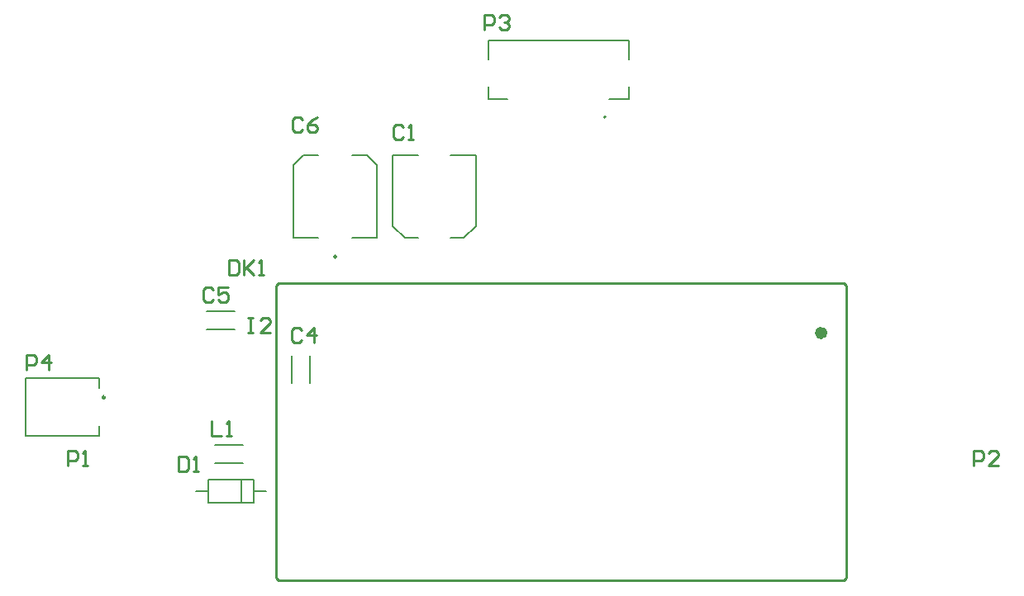
<source format=gbr>
%TF.GenerationSoftware,Altium Limited,Altium Designer,24.2.2 (26)*%
G04 Layer_Color=65535*
%FSLAX45Y45*%
%MOMM*%
%TF.SameCoordinates,259198F7-C233-4D65-A8A2-2B75CB696E96*%
%TF.FilePolarity,Positive*%
%TF.FileFunction,Legend,Top*%
%TF.Part,Single*%
G01*
G75*
%TA.AperFunction,NonConductor*%
%ADD29C,0.63500*%
%ADD30C,0.20000*%
%ADD31C,0.25000*%
%ADD32C,0.25400*%
D29*
X12374880Y4445000D02*
G03*
X12374880Y4445000I-30480J0D01*
G01*
D30*
X10137000Y6660100D02*
G03*
X10137000Y6660100I-10000J0D01*
G01*
X6404701Y2701900D02*
Y2936900D01*
X6531701Y2819400D02*
X6658701D01*
X5939699D02*
X6066699D01*
Y2701900D02*
Y2936900D01*
X6531701D01*
Y2701900D02*
Y2936900D01*
X6066699Y2701900D02*
X6531701D01*
X10174000Y6841998D02*
X10371999D01*
X8932001D02*
X9130000D01*
X8932001D02*
Y6969999D01*
Y7254001D02*
Y7447001D01*
X10371999Y6841998D02*
Y6969999D01*
Y7254001D02*
Y7447001D01*
X8932001D02*
X10371999D01*
X4192006Y3978006D02*
X4952004D01*
Y3878001D02*
Y3978006D01*
X4192006Y3388004D02*
Y3978006D01*
X4192026Y3387979D02*
X4952030D01*
X4952004Y3388004D02*
Y3487999D01*
X6137295Y3107487D02*
X6423122D01*
X6137295Y3293313D02*
X6423122D01*
X7957002Y5542001D02*
X8082001Y5417002D01*
X8681999D02*
X8806998Y5542001D01*
X8082001Y5417002D02*
X8217002D01*
X7957002Y5542001D02*
Y6266998D01*
X8546998Y5417002D02*
X8681999D01*
X8806998Y5542001D02*
Y6266998D01*
X7957002D02*
X8217002D01*
X8546998D02*
X8806998D01*
X6916989Y3927475D02*
Y4213296D01*
X7103811Y3927475D02*
Y4213296D01*
X7536002Y5417002D02*
X7790998D01*
X6941002D02*
X7195998D01*
X6941002D02*
Y6166998D01*
X7790998Y5417002D02*
Y6166998D01*
X7690998Y6266998D02*
X7790998Y6166998D01*
X6941002D02*
X7041002Y6266998D01*
X7195998D01*
X7536002D02*
X7690998D01*
X6048304Y4478589D02*
X6334125D01*
X6048304Y4665411D02*
X6334125D01*
D31*
X5007300Y3784600D02*
G03*
X5007300Y3784600I-12500J0D01*
G01*
X7378500Y5227000D02*
G03*
X7378500Y5227000I-12500J0D01*
G01*
D32*
X6781800Y4953000D02*
X12573000D01*
X6781800Y1905000D02*
X12573000D01*
X12598400Y1930400D02*
Y4927600D01*
X6756400Y1930400D02*
Y4927600D01*
X6781800Y4953000D01*
X12573000D02*
X12598400Y4927600D01*
X6756400Y1930400D02*
X6781800Y1905000D01*
X12573000D02*
X12598400Y1930400D01*
X4203700Y4066540D02*
Y4218891D01*
X4279875D01*
X4305267Y4193499D01*
Y4142715D01*
X4279875Y4117323D01*
X4203700D01*
X4432226Y4066540D02*
Y4218891D01*
X4356051Y4142715D01*
X4457618D01*
X8895080Y7551420D02*
Y7703771D01*
X8971255D01*
X8996647Y7678379D01*
Y7627595D01*
X8971255Y7602203D01*
X8895080D01*
X9047431Y7678379D02*
X9072823Y7703771D01*
X9123606D01*
X9148998Y7678379D01*
Y7652987D01*
X9123606Y7627595D01*
X9098214D01*
X9123606D01*
X9148998Y7602203D01*
Y7576812D01*
X9123606Y7551420D01*
X9072823D01*
X9047431Y7576812D01*
X13909039Y3083560D02*
Y3235911D01*
X13985216D01*
X14010606Y3210519D01*
Y3159735D01*
X13985216Y3134343D01*
X13909039D01*
X14162958Y3083560D02*
X14061391D01*
X14162958Y3185127D01*
Y3210519D01*
X14137566Y3235911D01*
X14086783D01*
X14061391Y3210519D01*
X4625340Y3083560D02*
Y3235911D01*
X4701515D01*
X4726907Y3210519D01*
Y3159735D01*
X4701515Y3134343D01*
X4625340D01*
X4777691Y3083560D02*
X4828474D01*
X4803083D01*
Y3235911D01*
X4777691Y3210519D01*
X6103620Y3540711D02*
Y3388360D01*
X6205187D01*
X6255971D02*
X6306754D01*
X6281363D01*
Y3540711D01*
X6255971Y3515319D01*
X6469380Y4597351D02*
X6520163D01*
X6494772D01*
Y4445000D01*
X6469380D01*
X6520163D01*
X6697906D02*
X6596339D01*
X6697906Y4546567D01*
Y4571959D01*
X6672514Y4597351D01*
X6621731D01*
X6596339Y4571959D01*
X6273800Y5194251D02*
Y5041900D01*
X6349975D01*
X6375367Y5067292D01*
Y5168859D01*
X6349975Y5194251D01*
X6273800D01*
X6426151D02*
Y5041900D01*
Y5092683D01*
X6527718Y5194251D01*
X6451543Y5118075D01*
X6527718Y5041900D01*
X6578501D02*
X6629285D01*
X6603893D01*
Y5194251D01*
X6578501Y5168859D01*
X5760720Y3174951D02*
Y3022600D01*
X5836895D01*
X5862287Y3047992D01*
Y3149559D01*
X5836895Y3174951D01*
X5760720D01*
X5913071Y3022600D02*
X5963854D01*
X5938463D01*
Y3174951D01*
X5913071Y3149559D01*
X7033227Y6634439D02*
X7007835Y6659831D01*
X6957052D01*
X6931660Y6634439D01*
Y6532872D01*
X6957052Y6507480D01*
X7007835D01*
X7033227Y6532872D01*
X7185578Y6659831D02*
X7134794Y6634439D01*
X7084011Y6583655D01*
Y6532872D01*
X7109403Y6507480D01*
X7160186D01*
X7185578Y6532872D01*
Y6558263D01*
X7160186Y6583655D01*
X7084011D01*
X6116287Y4889459D02*
X6090895Y4914851D01*
X6040112D01*
X6014720Y4889459D01*
Y4787892D01*
X6040112Y4762500D01*
X6090895D01*
X6116287Y4787892D01*
X6268638Y4914851D02*
X6167071D01*
Y4838675D01*
X6217854Y4864067D01*
X6243246D01*
X6268638Y4838675D01*
Y4787892D01*
X6243246Y4762500D01*
X6192463D01*
X6167071Y4787892D01*
X7023067Y4475439D02*
X6997675Y4500831D01*
X6946892D01*
X6921500Y4475439D01*
Y4373872D01*
X6946892Y4348480D01*
X6997675D01*
X7023067Y4373872D01*
X7150026Y4348480D02*
Y4500831D01*
X7073851Y4424655D01*
X7175418D01*
X8061927Y6558239D02*
X8036535Y6583631D01*
X7985752D01*
X7960360Y6558239D01*
Y6456672D01*
X7985752Y6431280D01*
X8036535D01*
X8061927Y6456672D01*
X8112711Y6431280D02*
X8163494D01*
X8138103D01*
Y6583631D01*
X8112711Y6558239D01*
%TF.MD5,456c78693d14458bbe8353bd9a01f2aa*%
M02*

</source>
